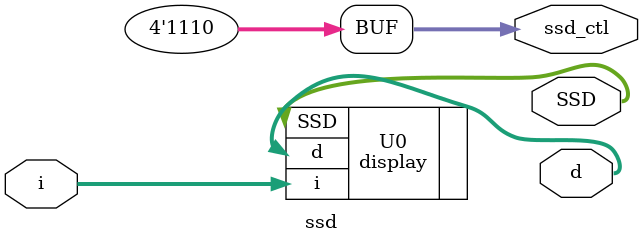
<source format=v>
module ssd(SSD, d, i, ssd_ctl);
output [3:0] ssd_ctl, d;
output [7:0] SSD; 
input [3:0] i;

display U0(.SSD(SSD), .d(d), .i(i));
    assign ssd_ctl = 4'b1110;
endmodule

</source>
